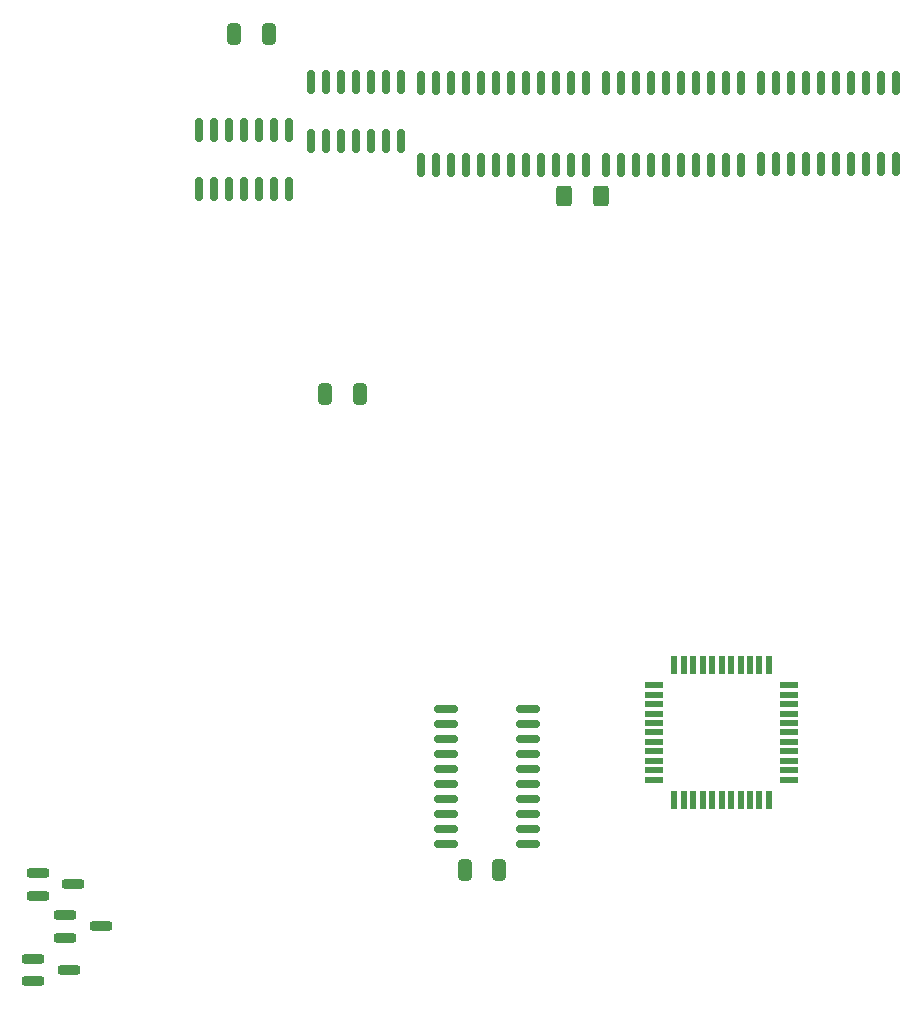
<source format=gbr>
%TF.GenerationSoftware,KiCad,Pcbnew,8.0.5-8.0.5-0~ubuntu22.04.1*%
%TF.CreationDate,2024-10-05T19:48:29+02:00*%
%TF.ProjectId,6809_CPU,36383039-5f43-4505-952e-6b696361645f,rev?*%
%TF.SameCoordinates,Original*%
%TF.FileFunction,Paste,Top*%
%TF.FilePolarity,Positive*%
%FSLAX46Y46*%
G04 Gerber Fmt 4.6, Leading zero omitted, Abs format (unit mm)*
G04 Created by KiCad (PCBNEW 8.0.5-8.0.5-0~ubuntu22.04.1) date 2024-10-05 19:48:29*
%MOMM*%
%LPD*%
G01*
G04 APERTURE LIST*
G04 Aperture macros list*
%AMRoundRect*
0 Rectangle with rounded corners*
0 $1 Rounding radius*
0 $2 $3 $4 $5 $6 $7 $8 $9 X,Y pos of 4 corners*
0 Add a 4 corners polygon primitive as box body*
4,1,4,$2,$3,$4,$5,$6,$7,$8,$9,$2,$3,0*
0 Add four circle primitives for the rounded corners*
1,1,$1+$1,$2,$3*
1,1,$1+$1,$4,$5*
1,1,$1+$1,$6,$7*
1,1,$1+$1,$8,$9*
0 Add four rect primitives between the rounded corners*
20,1,$1+$1,$2,$3,$4,$5,0*
20,1,$1+$1,$4,$5,$6,$7,0*
20,1,$1+$1,$6,$7,$8,$9,0*
20,1,$1+$1,$8,$9,$2,$3,0*%
G04 Aperture macros list end*
%ADD10RoundRect,0.250000X0.325000X0.650000X-0.325000X0.650000X-0.325000X-0.650000X0.325000X-0.650000X0*%
%ADD11RoundRect,0.150000X0.150000X-0.837500X0.150000X0.837500X-0.150000X0.837500X-0.150000X-0.837500X0*%
%ADD12RoundRect,0.200000X-0.750000X-0.200000X0.750000X-0.200000X0.750000X0.200000X-0.750000X0.200000X0*%
%ADD13RoundRect,0.150000X0.837500X0.150000X-0.837500X0.150000X-0.837500X-0.150000X0.837500X-0.150000X0*%
%ADD14RoundRect,0.150000X0.150000X-0.825000X0.150000X0.825000X-0.150000X0.825000X-0.150000X-0.825000X0*%
%ADD15RoundRect,0.250000X0.400000X0.625000X-0.400000X0.625000X-0.400000X-0.625000X0.400000X-0.625000X0*%
%ADD16R,0.550000X1.500000*%
%ADD17R,1.500000X0.550000*%
%ADD18RoundRect,0.150000X-0.150000X0.837500X-0.150000X-0.837500X0.150000X-0.837500X0.150000X0.837500X0*%
G04 APERTURE END LIST*
D10*
%TO.C,C5*%
X100077800Y-94996000D03*
X97127800Y-94996000D03*
%TD*%
D11*
%TO.C,U3*%
X134053172Y-75556218D03*
X135323172Y-75556218D03*
X136593172Y-75556218D03*
X137863172Y-75556218D03*
X139133172Y-75556218D03*
X140403172Y-75556218D03*
X141673172Y-75556218D03*
X142943172Y-75556218D03*
X144213172Y-75556218D03*
X145483172Y-75556218D03*
X145483172Y-68631218D03*
X144213172Y-68631218D03*
X142943172Y-68631218D03*
X141673172Y-68631218D03*
X140403172Y-68631218D03*
X139133172Y-68631218D03*
X137863172Y-68631218D03*
X136593172Y-68631218D03*
X135323172Y-68631218D03*
X134053172Y-68631218D03*
%TD*%
D10*
%TO.C,C4*%
X111870800Y-135260795D03*
X108920800Y-135260795D03*
%TD*%
D12*
%TO.C,D9*%
X72399000Y-142814000D03*
X72399000Y-144714000D03*
X75399000Y-143764000D03*
%TD*%
D13*
%TO.C,U21*%
X114271000Y-133127195D03*
X114271000Y-131857195D03*
X114271000Y-130587195D03*
X114271000Y-129317195D03*
X114271000Y-128047195D03*
X114271000Y-126777195D03*
X114271000Y-125507195D03*
X114271000Y-124237195D03*
X114271000Y-122967195D03*
X114271000Y-121697195D03*
X107346000Y-121697195D03*
X107346000Y-122967195D03*
X107346000Y-124237195D03*
X107346000Y-125507195D03*
X107346000Y-126777195D03*
X107346000Y-128047195D03*
X107346000Y-129317195D03*
X107346000Y-130587195D03*
X107346000Y-131857195D03*
X107346000Y-133127195D03*
%TD*%
D11*
%TO.C,U2*%
X120895972Y-75572418D03*
X122165972Y-75572418D03*
X123435972Y-75572418D03*
X124705972Y-75572418D03*
X125975972Y-75572418D03*
X127245972Y-75572418D03*
X128515972Y-75572418D03*
X129785972Y-75572418D03*
X131055972Y-75572418D03*
X132325972Y-75572418D03*
X132325972Y-68647418D03*
X131055972Y-68647418D03*
X129785972Y-68647418D03*
X128515972Y-68647418D03*
X127245972Y-68647418D03*
X125975972Y-68647418D03*
X124705972Y-68647418D03*
X123435972Y-68647418D03*
X122165972Y-68647418D03*
X120895972Y-68647418D03*
%TD*%
D14*
%TO.C,U9*%
X86416400Y-77613995D03*
X87686400Y-77613995D03*
X88956400Y-77613995D03*
X90226400Y-77613995D03*
X91496400Y-77613995D03*
X92766400Y-77613995D03*
X94036400Y-77613995D03*
X94036400Y-72663995D03*
X92766400Y-72663995D03*
X91496400Y-72663995D03*
X90226400Y-72663995D03*
X88956400Y-72663995D03*
X87686400Y-72663995D03*
X86416400Y-72663995D03*
%TD*%
D12*
%TO.C,D8*%
X72795000Y-135575000D03*
X72795000Y-137475000D03*
X75795000Y-136525000D03*
%TD*%
%TO.C,D10*%
X75105000Y-139131000D03*
X75105000Y-141031000D03*
X78105000Y-140081000D03*
%TD*%
D14*
%TO.C,U8*%
X95941400Y-73549995D03*
X97211400Y-73549995D03*
X98481400Y-73549995D03*
X99751400Y-73549995D03*
X101021400Y-73549995D03*
X102291400Y-73549995D03*
X103561400Y-73549995D03*
X103561400Y-68599995D03*
X102291400Y-68599995D03*
X101021400Y-68599995D03*
X99751400Y-68599995D03*
X98481400Y-68599995D03*
X97211400Y-68599995D03*
X95941400Y-68599995D03*
%TD*%
D15*
%TO.C,R2*%
X120477800Y-78237795D03*
X117377800Y-78237795D03*
%TD*%
D16*
%TO.C,U1*%
X126689000Y-129348800D03*
X127489000Y-129348800D03*
X128289000Y-129348800D03*
X129089000Y-129348800D03*
X129889000Y-129348800D03*
X130689000Y-129348800D03*
X131489000Y-129348800D03*
X132289000Y-129348800D03*
X133089000Y-129348800D03*
X133889000Y-129348800D03*
X134689000Y-129348800D03*
D17*
X136389000Y-127648800D03*
X136389000Y-126848800D03*
X136389000Y-126048800D03*
X136389000Y-125248800D03*
X136389000Y-124448800D03*
X136389000Y-123648800D03*
X136389000Y-122848800D03*
X136389000Y-122048800D03*
X136389000Y-121248800D03*
X136389000Y-120448800D03*
X136389000Y-119648800D03*
D16*
X134689000Y-117948800D03*
X133889000Y-117948800D03*
X133089000Y-117948800D03*
X132289000Y-117948800D03*
X131489000Y-117948800D03*
X130689000Y-117948800D03*
X129889000Y-117948800D03*
X129089000Y-117948800D03*
X128289000Y-117948800D03*
X127489000Y-117948800D03*
X126689000Y-117948800D03*
D17*
X124989000Y-119648800D03*
X124989000Y-120448800D03*
X124989000Y-121248800D03*
X124989000Y-122048800D03*
X124989000Y-122848800D03*
X124989000Y-123648800D03*
X124989000Y-124448800D03*
X124989000Y-125248800D03*
X124989000Y-126048800D03*
X124989000Y-126848800D03*
X124989000Y-127648800D03*
%TD*%
D10*
%TO.C,C1*%
X92363600Y-64547195D03*
X89413600Y-64547195D03*
%TD*%
D18*
%TO.C,U5*%
X119168772Y-68663618D03*
X117898772Y-68663618D03*
X116628772Y-68663618D03*
X115358772Y-68663618D03*
X114088772Y-68663618D03*
X112818772Y-68663618D03*
X111548772Y-68663618D03*
X110278772Y-68663618D03*
X109008772Y-68663618D03*
X107738772Y-68663618D03*
X106468772Y-68663618D03*
X105198772Y-68663618D03*
X105198772Y-75588618D03*
X106468772Y-75588618D03*
X107738772Y-75588618D03*
X109008772Y-75588618D03*
X110278772Y-75588618D03*
X111548772Y-75588618D03*
X112818772Y-75588618D03*
X114088772Y-75588618D03*
X115358772Y-75588618D03*
X116628772Y-75588618D03*
X117898772Y-75588618D03*
X119168772Y-75588618D03*
%TD*%
M02*

</source>
